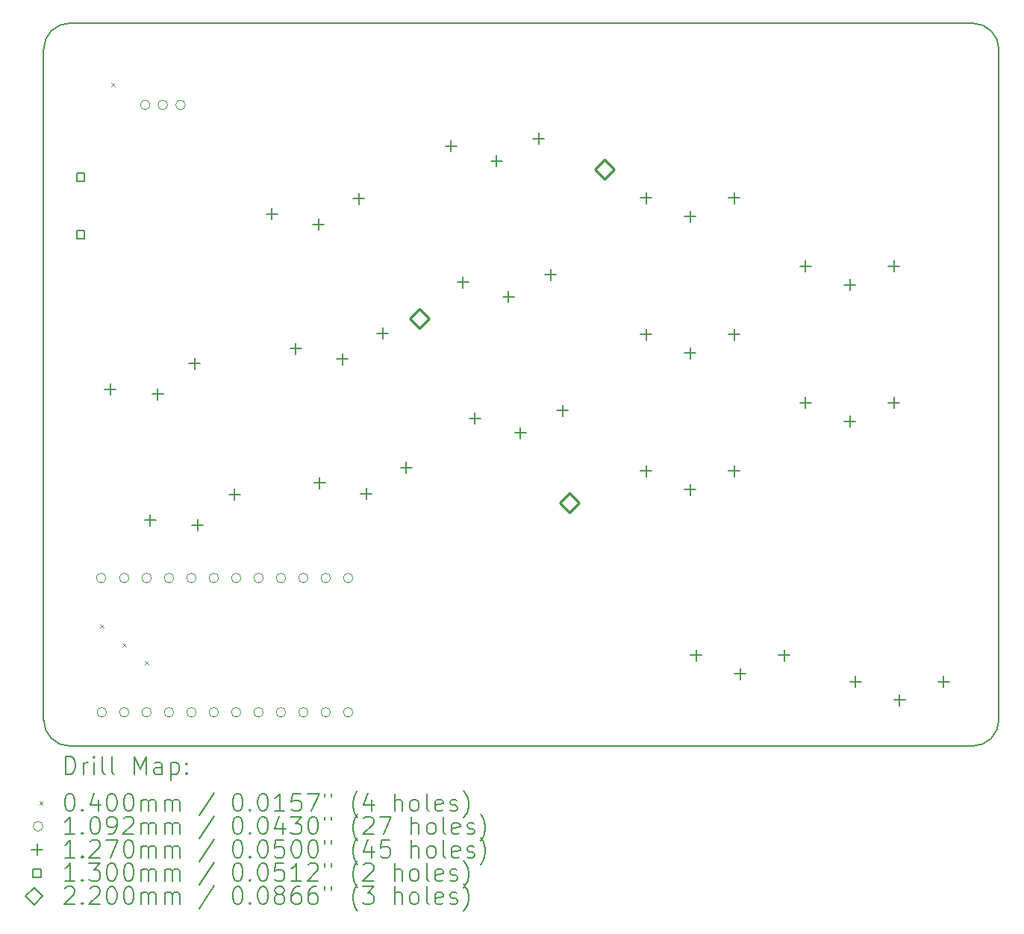
<source format=gbr>
%FSLAX45Y45*%
G04 Gerber Fmt 4.5, Leading zero omitted, Abs format (unit mm)*
G04 Created by KiCad (PCBNEW (6.0.4)) date 2022-07-07 20:03:25*
%MOMM*%
%LPD*%
G01*
G04 APERTURE LIST*
%TA.AperFunction,Profile*%
%ADD10C,0.150000*%
%TD*%
%ADD11C,0.200000*%
%ADD12C,0.040000*%
%ADD13C,0.109220*%
%ADD14C,0.127000*%
%ADD15C,0.130000*%
%ADD16C,0.220000*%
G04 APERTURE END LIST*
D10*
X19450634Y-5704187D02*
X29687965Y-5704187D01*
X29987973Y-6004187D02*
G75*
G03*
X29687965Y-5704187I-299993J7D01*
G01*
X29687965Y-13909590D02*
X19450634Y-13909590D01*
X29987965Y-6004187D02*
X29987965Y-13609590D01*
X29687965Y-13909595D02*
G75*
G03*
X29987965Y-13609590I-5J300005D01*
G01*
X19150640Y-13609590D02*
G75*
G03*
X19450634Y-13909590I299990J-10D01*
G01*
X19450634Y-5704184D02*
G75*
G03*
X19150634Y-6004187I6J-300006D01*
G01*
X19150634Y-13609590D02*
X19150634Y-6004187D01*
D11*
D12*
X19792000Y-12527600D02*
X19832000Y-12567600D01*
X19832000Y-12527600D02*
X19792000Y-12567600D01*
X19920906Y-6381347D02*
X19960906Y-6421347D01*
X19960906Y-6381347D02*
X19920906Y-6421347D01*
X20046000Y-12743500D02*
X20086000Y-12783500D01*
X20086000Y-12743500D02*
X20046000Y-12783500D01*
X20300000Y-12946700D02*
X20340000Y-12986700D01*
X20340000Y-12946700D02*
X20300000Y-12986700D01*
D13*
X19858235Y-12001500D02*
G75*
G03*
X19858235Y-12001500I-54610J0D01*
G01*
X19866610Y-13525500D02*
G75*
G03*
X19866610Y-13525500I-54610J0D01*
G01*
X20120610Y-12001500D02*
G75*
G03*
X20120610Y-12001500I-54610J0D01*
G01*
X20120610Y-13525500D02*
G75*
G03*
X20120610Y-13525500I-54610J0D01*
G01*
X20358145Y-6632412D02*
G75*
G03*
X20358145Y-6632412I-54610J0D01*
G01*
X20374610Y-12001500D02*
G75*
G03*
X20374610Y-12001500I-54610J0D01*
G01*
X20374610Y-13525500D02*
G75*
G03*
X20374610Y-13525500I-54610J0D01*
G01*
X20558145Y-6632412D02*
G75*
G03*
X20558145Y-6632412I-54610J0D01*
G01*
X20628610Y-12001500D02*
G75*
G03*
X20628610Y-12001500I-54610J0D01*
G01*
X20628610Y-13525500D02*
G75*
G03*
X20628610Y-13525500I-54610J0D01*
G01*
X20758145Y-6632412D02*
G75*
G03*
X20758145Y-6632412I-54610J0D01*
G01*
X20882610Y-12001500D02*
G75*
G03*
X20882610Y-12001500I-54610J0D01*
G01*
X20882610Y-13525500D02*
G75*
G03*
X20882610Y-13525500I-54610J0D01*
G01*
X21136610Y-12001500D02*
G75*
G03*
X21136610Y-12001500I-54610J0D01*
G01*
X21136610Y-13525500D02*
G75*
G03*
X21136610Y-13525500I-54610J0D01*
G01*
X21390610Y-12001500D02*
G75*
G03*
X21390610Y-12001500I-54610J0D01*
G01*
X21390610Y-13525500D02*
G75*
G03*
X21390610Y-13525500I-54610J0D01*
G01*
X21644610Y-12001500D02*
G75*
G03*
X21644610Y-12001500I-54610J0D01*
G01*
X21644610Y-13525500D02*
G75*
G03*
X21644610Y-13525500I-54610J0D01*
G01*
X21898610Y-12001500D02*
G75*
G03*
X21898610Y-12001500I-54610J0D01*
G01*
X21898610Y-13525500D02*
G75*
G03*
X21898610Y-13525500I-54610J0D01*
G01*
X22152610Y-12001500D02*
G75*
G03*
X22152610Y-12001500I-54610J0D01*
G01*
X22152610Y-13525500D02*
G75*
G03*
X22152610Y-13525500I-54610J0D01*
G01*
X22406610Y-12001500D02*
G75*
G03*
X22406610Y-12001500I-54610J0D01*
G01*
X22406610Y-13525500D02*
G75*
G03*
X22406610Y-13525500I-54610J0D01*
G01*
X22660610Y-12001500D02*
G75*
G03*
X22660610Y-12001500I-54610J0D01*
G01*
X22660610Y-13525500D02*
G75*
G03*
X22660610Y-13525500I-54610J0D01*
G01*
D14*
X19907392Y-9797797D02*
X19907392Y-9924797D01*
X19843892Y-9861297D02*
X19970892Y-9861297D01*
X20360568Y-11280069D02*
X20360568Y-11407069D01*
X20297068Y-11343569D02*
X20424068Y-11343569D01*
X20446942Y-9852435D02*
X20446942Y-9979435D01*
X20383442Y-9915935D02*
X20510442Y-9915935D01*
X20863697Y-9505425D02*
X20863697Y-9632425D01*
X20800197Y-9568925D02*
X20927197Y-9568925D01*
X20900119Y-11334707D02*
X20900119Y-11461707D01*
X20836619Y-11398207D02*
X20963619Y-11398207D01*
X21316873Y-10987697D02*
X21316873Y-11114697D01*
X21253373Y-11051197D02*
X21380373Y-11051197D01*
X21742360Y-7806660D02*
X21742360Y-7933660D01*
X21678860Y-7870160D02*
X21805860Y-7870160D01*
X22011515Y-9333112D02*
X22011515Y-9460112D01*
X21948015Y-9396612D02*
X22075015Y-9396612D01*
X22271230Y-7926646D02*
X22271230Y-8053646D01*
X22207730Y-7990146D02*
X22334730Y-7990146D01*
X22280670Y-10859564D02*
X22280670Y-10986564D01*
X22217170Y-10923064D02*
X22344170Y-10923064D01*
X22540385Y-9453098D02*
X22540385Y-9580098D01*
X22476885Y-9516598D02*
X22603885Y-9516598D01*
X22727168Y-7633012D02*
X22727168Y-7760012D01*
X22663668Y-7696512D02*
X22790668Y-7696512D01*
X22809540Y-10979550D02*
X22809540Y-11106550D01*
X22746040Y-11043050D02*
X22873040Y-11043050D01*
X22996323Y-9159464D02*
X22996323Y-9286464D01*
X22932823Y-9222964D02*
X23059823Y-9222964D01*
X23265477Y-10685916D02*
X23265477Y-10812916D01*
X23201977Y-10749416D02*
X23328977Y-10749416D01*
X23772245Y-7037834D02*
X23772245Y-7164834D01*
X23708745Y-7101334D02*
X23835745Y-7101334D01*
X23907336Y-8581936D02*
X23907336Y-8708936D01*
X23843836Y-8645436D02*
X23970836Y-8645436D01*
X24042428Y-10126038D02*
X24042428Y-10253038D01*
X23978928Y-10189538D02*
X24105928Y-10189538D01*
X24288645Y-7203457D02*
X24288645Y-7330457D01*
X24225145Y-7266957D02*
X24352145Y-7266957D01*
X24423737Y-8747559D02*
X24423737Y-8874559D01*
X24360237Y-8811059D02*
X24487237Y-8811059D01*
X24558828Y-10291661D02*
X24558828Y-10418661D01*
X24495328Y-10355161D02*
X24622328Y-10355161D01*
X24768440Y-6950679D02*
X24768440Y-7077679D01*
X24704940Y-7014179D02*
X24831940Y-7014179D01*
X24903531Y-8494781D02*
X24903531Y-8621781D01*
X24840031Y-8558281D02*
X24967031Y-8558281D01*
X25038623Y-10038882D02*
X25038623Y-10165882D01*
X24975123Y-10102382D02*
X25102123Y-10102382D01*
X25986200Y-7624700D02*
X25986200Y-7751700D01*
X25922700Y-7688200D02*
X26049700Y-7688200D01*
X25986200Y-9174700D02*
X25986200Y-9301700D01*
X25922700Y-9238200D02*
X26049700Y-9238200D01*
X25986200Y-10724700D02*
X25986200Y-10851700D01*
X25922700Y-10788200D02*
X26049700Y-10788200D01*
X26486200Y-7834700D02*
X26486200Y-7961700D01*
X26422700Y-7898200D02*
X26549700Y-7898200D01*
X26486200Y-9384700D02*
X26486200Y-9511700D01*
X26422700Y-9448200D02*
X26549700Y-9448200D01*
X26486200Y-10934700D02*
X26486200Y-11061700D01*
X26422700Y-10998200D02*
X26549700Y-10998200D01*
X26553097Y-12815506D02*
X26553097Y-12942506D01*
X26489597Y-12879006D02*
X26616597Y-12879006D01*
X26986200Y-7624700D02*
X26986200Y-7751700D01*
X26922700Y-7688200D02*
X27049700Y-7688200D01*
X26986200Y-9174700D02*
X26986200Y-9301700D01*
X26922700Y-9238200D02*
X27049700Y-9238200D01*
X26986200Y-10724700D02*
X26986200Y-10851700D01*
X26922700Y-10788200D02*
X27049700Y-10788200D01*
X27053097Y-13025506D02*
X27053097Y-13152506D01*
X26989597Y-13089006D02*
X27116597Y-13089006D01*
X27553097Y-12815506D02*
X27553097Y-12942506D01*
X27489597Y-12879006D02*
X27616597Y-12879006D01*
X27796200Y-8399700D02*
X27796200Y-8526700D01*
X27732700Y-8463200D02*
X27859700Y-8463200D01*
X27796200Y-9949700D02*
X27796200Y-10076700D01*
X27732700Y-10013200D02*
X27859700Y-10013200D01*
X28296200Y-8609700D02*
X28296200Y-8736700D01*
X28232700Y-8673200D02*
X28359700Y-8673200D01*
X28296200Y-10159700D02*
X28296200Y-10286700D01*
X28232700Y-10223200D02*
X28359700Y-10223200D01*
X28360492Y-13113417D02*
X28360492Y-13240417D01*
X28296992Y-13176917D02*
X28423992Y-13176917D01*
X28796200Y-8399700D02*
X28796200Y-8526700D01*
X28732700Y-8463200D02*
X28859700Y-8463200D01*
X28796200Y-9949700D02*
X28796200Y-10076700D01*
X28732700Y-10013200D02*
X28859700Y-10013200D01*
X28860492Y-13323417D02*
X28860492Y-13450417D01*
X28796992Y-13386917D02*
X28923992Y-13386917D01*
X29360492Y-13113417D02*
X29360492Y-13240417D01*
X29296992Y-13176917D02*
X29423992Y-13176917D01*
D15*
X19616662Y-7500862D02*
X19616662Y-7408938D01*
X19524738Y-7408938D01*
X19524738Y-7500862D01*
X19616662Y-7500862D01*
X19616662Y-8150862D02*
X19616662Y-8058938D01*
X19524738Y-8058938D01*
X19524738Y-8150862D01*
X19616662Y-8150862D01*
D16*
X23418800Y-9166909D02*
X23528800Y-9056909D01*
X23418800Y-8946909D01*
X23308800Y-9056909D01*
X23418800Y-9166909D01*
X25114237Y-11260600D02*
X25224237Y-11150600D01*
X25114237Y-11040600D01*
X25004237Y-11150600D01*
X25114237Y-11260600D01*
X25512491Y-7471472D02*
X25622491Y-7361472D01*
X25512491Y-7251472D01*
X25402491Y-7361472D01*
X25512491Y-7471472D01*
D11*
X19400753Y-14227566D02*
X19400753Y-14027566D01*
X19448372Y-14027566D01*
X19476944Y-14037090D01*
X19495991Y-14056137D01*
X19505515Y-14075185D01*
X19515039Y-14113280D01*
X19515039Y-14141852D01*
X19505515Y-14179947D01*
X19495991Y-14198995D01*
X19476944Y-14218042D01*
X19448372Y-14227566D01*
X19400753Y-14227566D01*
X19600753Y-14227566D02*
X19600753Y-14094233D01*
X19600753Y-14132328D02*
X19610277Y-14113280D01*
X19619801Y-14103756D01*
X19638849Y-14094233D01*
X19657896Y-14094233D01*
X19724563Y-14227566D02*
X19724563Y-14094233D01*
X19724563Y-14027566D02*
X19715039Y-14037090D01*
X19724563Y-14046614D01*
X19734087Y-14037090D01*
X19724563Y-14027566D01*
X19724563Y-14046614D01*
X19848372Y-14227566D02*
X19829325Y-14218042D01*
X19819801Y-14198995D01*
X19819801Y-14027566D01*
X19953134Y-14227566D02*
X19934087Y-14218042D01*
X19924563Y-14198995D01*
X19924563Y-14027566D01*
X20181706Y-14227566D02*
X20181706Y-14027566D01*
X20248372Y-14170423D01*
X20315039Y-14027566D01*
X20315039Y-14227566D01*
X20495991Y-14227566D02*
X20495991Y-14122804D01*
X20486468Y-14103756D01*
X20467420Y-14094233D01*
X20429325Y-14094233D01*
X20410277Y-14103756D01*
X20495991Y-14218042D02*
X20476944Y-14227566D01*
X20429325Y-14227566D01*
X20410277Y-14218042D01*
X20400753Y-14198995D01*
X20400753Y-14179947D01*
X20410277Y-14160899D01*
X20429325Y-14151376D01*
X20476944Y-14151376D01*
X20495991Y-14141852D01*
X20591230Y-14094233D02*
X20591230Y-14294233D01*
X20591230Y-14103756D02*
X20610277Y-14094233D01*
X20648372Y-14094233D01*
X20667420Y-14103756D01*
X20676944Y-14113280D01*
X20686468Y-14132328D01*
X20686468Y-14189471D01*
X20676944Y-14208518D01*
X20667420Y-14218042D01*
X20648372Y-14227566D01*
X20610277Y-14227566D01*
X20591230Y-14218042D01*
X20772182Y-14208518D02*
X20781706Y-14218042D01*
X20772182Y-14227566D01*
X20762658Y-14218042D01*
X20772182Y-14208518D01*
X20772182Y-14227566D01*
X20772182Y-14103756D02*
X20781706Y-14113280D01*
X20772182Y-14122804D01*
X20762658Y-14113280D01*
X20772182Y-14103756D01*
X20772182Y-14122804D01*
D12*
X19103134Y-14537090D02*
X19143134Y-14577090D01*
X19143134Y-14537090D02*
X19103134Y-14577090D01*
D11*
X19438849Y-14447566D02*
X19457896Y-14447566D01*
X19476944Y-14457090D01*
X19486468Y-14466614D01*
X19495991Y-14485661D01*
X19505515Y-14523756D01*
X19505515Y-14571376D01*
X19495991Y-14609471D01*
X19486468Y-14628518D01*
X19476944Y-14638042D01*
X19457896Y-14647566D01*
X19438849Y-14647566D01*
X19419801Y-14638042D01*
X19410277Y-14628518D01*
X19400753Y-14609471D01*
X19391230Y-14571376D01*
X19391230Y-14523756D01*
X19400753Y-14485661D01*
X19410277Y-14466614D01*
X19419801Y-14457090D01*
X19438849Y-14447566D01*
X19591230Y-14628518D02*
X19600753Y-14638042D01*
X19591230Y-14647566D01*
X19581706Y-14638042D01*
X19591230Y-14628518D01*
X19591230Y-14647566D01*
X19772182Y-14514233D02*
X19772182Y-14647566D01*
X19724563Y-14438042D02*
X19676944Y-14580899D01*
X19800753Y-14580899D01*
X19915039Y-14447566D02*
X19934087Y-14447566D01*
X19953134Y-14457090D01*
X19962658Y-14466614D01*
X19972182Y-14485661D01*
X19981706Y-14523756D01*
X19981706Y-14571376D01*
X19972182Y-14609471D01*
X19962658Y-14628518D01*
X19953134Y-14638042D01*
X19934087Y-14647566D01*
X19915039Y-14647566D01*
X19895991Y-14638042D01*
X19886468Y-14628518D01*
X19876944Y-14609471D01*
X19867420Y-14571376D01*
X19867420Y-14523756D01*
X19876944Y-14485661D01*
X19886468Y-14466614D01*
X19895991Y-14457090D01*
X19915039Y-14447566D01*
X20105515Y-14447566D02*
X20124563Y-14447566D01*
X20143610Y-14457090D01*
X20153134Y-14466614D01*
X20162658Y-14485661D01*
X20172182Y-14523756D01*
X20172182Y-14571376D01*
X20162658Y-14609471D01*
X20153134Y-14628518D01*
X20143610Y-14638042D01*
X20124563Y-14647566D01*
X20105515Y-14647566D01*
X20086468Y-14638042D01*
X20076944Y-14628518D01*
X20067420Y-14609471D01*
X20057896Y-14571376D01*
X20057896Y-14523756D01*
X20067420Y-14485661D01*
X20076944Y-14466614D01*
X20086468Y-14457090D01*
X20105515Y-14447566D01*
X20257896Y-14647566D02*
X20257896Y-14514233D01*
X20257896Y-14533280D02*
X20267420Y-14523756D01*
X20286468Y-14514233D01*
X20315039Y-14514233D01*
X20334087Y-14523756D01*
X20343610Y-14542804D01*
X20343610Y-14647566D01*
X20343610Y-14542804D02*
X20353134Y-14523756D01*
X20372182Y-14514233D01*
X20400753Y-14514233D01*
X20419801Y-14523756D01*
X20429325Y-14542804D01*
X20429325Y-14647566D01*
X20524563Y-14647566D02*
X20524563Y-14514233D01*
X20524563Y-14533280D02*
X20534087Y-14523756D01*
X20553134Y-14514233D01*
X20581706Y-14514233D01*
X20600753Y-14523756D01*
X20610277Y-14542804D01*
X20610277Y-14647566D01*
X20610277Y-14542804D02*
X20619801Y-14523756D01*
X20638849Y-14514233D01*
X20667420Y-14514233D01*
X20686468Y-14523756D01*
X20695991Y-14542804D01*
X20695991Y-14647566D01*
X21086468Y-14438042D02*
X20915039Y-14695185D01*
X21343610Y-14447566D02*
X21362658Y-14447566D01*
X21381706Y-14457090D01*
X21391230Y-14466614D01*
X21400753Y-14485661D01*
X21410277Y-14523756D01*
X21410277Y-14571376D01*
X21400753Y-14609471D01*
X21391230Y-14628518D01*
X21381706Y-14638042D01*
X21362658Y-14647566D01*
X21343610Y-14647566D01*
X21324563Y-14638042D01*
X21315039Y-14628518D01*
X21305515Y-14609471D01*
X21295991Y-14571376D01*
X21295991Y-14523756D01*
X21305515Y-14485661D01*
X21315039Y-14466614D01*
X21324563Y-14457090D01*
X21343610Y-14447566D01*
X21495991Y-14628518D02*
X21505515Y-14638042D01*
X21495991Y-14647566D01*
X21486468Y-14638042D01*
X21495991Y-14628518D01*
X21495991Y-14647566D01*
X21629325Y-14447566D02*
X21648372Y-14447566D01*
X21667420Y-14457090D01*
X21676944Y-14466614D01*
X21686468Y-14485661D01*
X21695991Y-14523756D01*
X21695991Y-14571376D01*
X21686468Y-14609471D01*
X21676944Y-14628518D01*
X21667420Y-14638042D01*
X21648372Y-14647566D01*
X21629325Y-14647566D01*
X21610277Y-14638042D01*
X21600753Y-14628518D01*
X21591230Y-14609471D01*
X21581706Y-14571376D01*
X21581706Y-14523756D01*
X21591230Y-14485661D01*
X21600753Y-14466614D01*
X21610277Y-14457090D01*
X21629325Y-14447566D01*
X21886468Y-14647566D02*
X21772182Y-14647566D01*
X21829325Y-14647566D02*
X21829325Y-14447566D01*
X21810277Y-14476137D01*
X21791230Y-14495185D01*
X21772182Y-14504709D01*
X22067420Y-14447566D02*
X21972182Y-14447566D01*
X21962658Y-14542804D01*
X21972182Y-14533280D01*
X21991230Y-14523756D01*
X22038849Y-14523756D01*
X22057896Y-14533280D01*
X22067420Y-14542804D01*
X22076944Y-14561852D01*
X22076944Y-14609471D01*
X22067420Y-14628518D01*
X22057896Y-14638042D01*
X22038849Y-14647566D01*
X21991230Y-14647566D01*
X21972182Y-14638042D01*
X21962658Y-14628518D01*
X22143610Y-14447566D02*
X22276944Y-14447566D01*
X22191230Y-14647566D01*
X22343610Y-14447566D02*
X22343610Y-14485661D01*
X22419801Y-14447566D02*
X22419801Y-14485661D01*
X22715039Y-14723756D02*
X22705515Y-14714233D01*
X22686468Y-14685661D01*
X22676944Y-14666614D01*
X22667420Y-14638042D01*
X22657896Y-14590423D01*
X22657896Y-14552328D01*
X22667420Y-14504709D01*
X22676944Y-14476137D01*
X22686468Y-14457090D01*
X22705515Y-14428518D01*
X22715039Y-14418995D01*
X22876944Y-14514233D02*
X22876944Y-14647566D01*
X22829325Y-14438042D02*
X22781706Y-14580899D01*
X22905515Y-14580899D01*
X23134087Y-14647566D02*
X23134087Y-14447566D01*
X23219801Y-14647566D02*
X23219801Y-14542804D01*
X23210277Y-14523756D01*
X23191229Y-14514233D01*
X23162658Y-14514233D01*
X23143610Y-14523756D01*
X23134087Y-14533280D01*
X23343610Y-14647566D02*
X23324563Y-14638042D01*
X23315039Y-14628518D01*
X23305515Y-14609471D01*
X23305515Y-14552328D01*
X23315039Y-14533280D01*
X23324563Y-14523756D01*
X23343610Y-14514233D01*
X23372182Y-14514233D01*
X23391229Y-14523756D01*
X23400753Y-14533280D01*
X23410277Y-14552328D01*
X23410277Y-14609471D01*
X23400753Y-14628518D01*
X23391229Y-14638042D01*
X23372182Y-14647566D01*
X23343610Y-14647566D01*
X23524563Y-14647566D02*
X23505515Y-14638042D01*
X23495991Y-14618995D01*
X23495991Y-14447566D01*
X23676944Y-14638042D02*
X23657896Y-14647566D01*
X23619801Y-14647566D01*
X23600753Y-14638042D01*
X23591229Y-14618995D01*
X23591229Y-14542804D01*
X23600753Y-14523756D01*
X23619801Y-14514233D01*
X23657896Y-14514233D01*
X23676944Y-14523756D01*
X23686468Y-14542804D01*
X23686468Y-14561852D01*
X23591229Y-14580899D01*
X23762658Y-14638042D02*
X23781706Y-14647566D01*
X23819801Y-14647566D01*
X23838848Y-14638042D01*
X23848372Y-14618995D01*
X23848372Y-14609471D01*
X23838848Y-14590423D01*
X23819801Y-14580899D01*
X23791229Y-14580899D01*
X23772182Y-14571376D01*
X23762658Y-14552328D01*
X23762658Y-14542804D01*
X23772182Y-14523756D01*
X23791229Y-14514233D01*
X23819801Y-14514233D01*
X23838848Y-14523756D01*
X23915039Y-14723756D02*
X23924563Y-14714233D01*
X23943610Y-14685661D01*
X23953134Y-14666614D01*
X23962658Y-14638042D01*
X23972182Y-14590423D01*
X23972182Y-14552328D01*
X23962658Y-14504709D01*
X23953134Y-14476137D01*
X23943610Y-14457090D01*
X23924563Y-14428518D01*
X23915039Y-14418995D01*
D13*
X19143134Y-14821090D02*
G75*
G03*
X19143134Y-14821090I-54610J0D01*
G01*
D11*
X19505515Y-14911566D02*
X19391230Y-14911566D01*
X19448372Y-14911566D02*
X19448372Y-14711566D01*
X19429325Y-14740137D01*
X19410277Y-14759185D01*
X19391230Y-14768709D01*
X19591230Y-14892518D02*
X19600753Y-14902042D01*
X19591230Y-14911566D01*
X19581706Y-14902042D01*
X19591230Y-14892518D01*
X19591230Y-14911566D01*
X19724563Y-14711566D02*
X19743610Y-14711566D01*
X19762658Y-14721090D01*
X19772182Y-14730614D01*
X19781706Y-14749661D01*
X19791230Y-14787756D01*
X19791230Y-14835376D01*
X19781706Y-14873471D01*
X19772182Y-14892518D01*
X19762658Y-14902042D01*
X19743610Y-14911566D01*
X19724563Y-14911566D01*
X19705515Y-14902042D01*
X19695991Y-14892518D01*
X19686468Y-14873471D01*
X19676944Y-14835376D01*
X19676944Y-14787756D01*
X19686468Y-14749661D01*
X19695991Y-14730614D01*
X19705515Y-14721090D01*
X19724563Y-14711566D01*
X19886468Y-14911566D02*
X19924563Y-14911566D01*
X19943610Y-14902042D01*
X19953134Y-14892518D01*
X19972182Y-14863947D01*
X19981706Y-14825852D01*
X19981706Y-14749661D01*
X19972182Y-14730614D01*
X19962658Y-14721090D01*
X19943610Y-14711566D01*
X19905515Y-14711566D01*
X19886468Y-14721090D01*
X19876944Y-14730614D01*
X19867420Y-14749661D01*
X19867420Y-14797280D01*
X19876944Y-14816328D01*
X19886468Y-14825852D01*
X19905515Y-14835376D01*
X19943610Y-14835376D01*
X19962658Y-14825852D01*
X19972182Y-14816328D01*
X19981706Y-14797280D01*
X20057896Y-14730614D02*
X20067420Y-14721090D01*
X20086468Y-14711566D01*
X20134087Y-14711566D01*
X20153134Y-14721090D01*
X20162658Y-14730614D01*
X20172182Y-14749661D01*
X20172182Y-14768709D01*
X20162658Y-14797280D01*
X20048372Y-14911566D01*
X20172182Y-14911566D01*
X20257896Y-14911566D02*
X20257896Y-14778233D01*
X20257896Y-14797280D02*
X20267420Y-14787756D01*
X20286468Y-14778233D01*
X20315039Y-14778233D01*
X20334087Y-14787756D01*
X20343610Y-14806804D01*
X20343610Y-14911566D01*
X20343610Y-14806804D02*
X20353134Y-14787756D01*
X20372182Y-14778233D01*
X20400753Y-14778233D01*
X20419801Y-14787756D01*
X20429325Y-14806804D01*
X20429325Y-14911566D01*
X20524563Y-14911566D02*
X20524563Y-14778233D01*
X20524563Y-14797280D02*
X20534087Y-14787756D01*
X20553134Y-14778233D01*
X20581706Y-14778233D01*
X20600753Y-14787756D01*
X20610277Y-14806804D01*
X20610277Y-14911566D01*
X20610277Y-14806804D02*
X20619801Y-14787756D01*
X20638849Y-14778233D01*
X20667420Y-14778233D01*
X20686468Y-14787756D01*
X20695991Y-14806804D01*
X20695991Y-14911566D01*
X21086468Y-14702042D02*
X20915039Y-14959185D01*
X21343610Y-14711566D02*
X21362658Y-14711566D01*
X21381706Y-14721090D01*
X21391230Y-14730614D01*
X21400753Y-14749661D01*
X21410277Y-14787756D01*
X21410277Y-14835376D01*
X21400753Y-14873471D01*
X21391230Y-14892518D01*
X21381706Y-14902042D01*
X21362658Y-14911566D01*
X21343610Y-14911566D01*
X21324563Y-14902042D01*
X21315039Y-14892518D01*
X21305515Y-14873471D01*
X21295991Y-14835376D01*
X21295991Y-14787756D01*
X21305515Y-14749661D01*
X21315039Y-14730614D01*
X21324563Y-14721090D01*
X21343610Y-14711566D01*
X21495991Y-14892518D02*
X21505515Y-14902042D01*
X21495991Y-14911566D01*
X21486468Y-14902042D01*
X21495991Y-14892518D01*
X21495991Y-14911566D01*
X21629325Y-14711566D02*
X21648372Y-14711566D01*
X21667420Y-14721090D01*
X21676944Y-14730614D01*
X21686468Y-14749661D01*
X21695991Y-14787756D01*
X21695991Y-14835376D01*
X21686468Y-14873471D01*
X21676944Y-14892518D01*
X21667420Y-14902042D01*
X21648372Y-14911566D01*
X21629325Y-14911566D01*
X21610277Y-14902042D01*
X21600753Y-14892518D01*
X21591230Y-14873471D01*
X21581706Y-14835376D01*
X21581706Y-14787756D01*
X21591230Y-14749661D01*
X21600753Y-14730614D01*
X21610277Y-14721090D01*
X21629325Y-14711566D01*
X21867420Y-14778233D02*
X21867420Y-14911566D01*
X21819801Y-14702042D02*
X21772182Y-14844899D01*
X21895991Y-14844899D01*
X21953134Y-14711566D02*
X22076944Y-14711566D01*
X22010277Y-14787756D01*
X22038849Y-14787756D01*
X22057896Y-14797280D01*
X22067420Y-14806804D01*
X22076944Y-14825852D01*
X22076944Y-14873471D01*
X22067420Y-14892518D01*
X22057896Y-14902042D01*
X22038849Y-14911566D01*
X21981706Y-14911566D01*
X21962658Y-14902042D01*
X21953134Y-14892518D01*
X22200753Y-14711566D02*
X22219801Y-14711566D01*
X22238849Y-14721090D01*
X22248372Y-14730614D01*
X22257896Y-14749661D01*
X22267420Y-14787756D01*
X22267420Y-14835376D01*
X22257896Y-14873471D01*
X22248372Y-14892518D01*
X22238849Y-14902042D01*
X22219801Y-14911566D01*
X22200753Y-14911566D01*
X22181706Y-14902042D01*
X22172182Y-14892518D01*
X22162658Y-14873471D01*
X22153134Y-14835376D01*
X22153134Y-14787756D01*
X22162658Y-14749661D01*
X22172182Y-14730614D01*
X22181706Y-14721090D01*
X22200753Y-14711566D01*
X22343610Y-14711566D02*
X22343610Y-14749661D01*
X22419801Y-14711566D02*
X22419801Y-14749661D01*
X22715039Y-14987756D02*
X22705515Y-14978233D01*
X22686468Y-14949661D01*
X22676944Y-14930614D01*
X22667420Y-14902042D01*
X22657896Y-14854423D01*
X22657896Y-14816328D01*
X22667420Y-14768709D01*
X22676944Y-14740137D01*
X22686468Y-14721090D01*
X22705515Y-14692518D01*
X22715039Y-14682995D01*
X22781706Y-14730614D02*
X22791229Y-14721090D01*
X22810277Y-14711566D01*
X22857896Y-14711566D01*
X22876944Y-14721090D01*
X22886468Y-14730614D01*
X22895991Y-14749661D01*
X22895991Y-14768709D01*
X22886468Y-14797280D01*
X22772182Y-14911566D01*
X22895991Y-14911566D01*
X22962658Y-14711566D02*
X23095991Y-14711566D01*
X23010277Y-14911566D01*
X23324563Y-14911566D02*
X23324563Y-14711566D01*
X23410277Y-14911566D02*
X23410277Y-14806804D01*
X23400753Y-14787756D01*
X23381706Y-14778233D01*
X23353134Y-14778233D01*
X23334087Y-14787756D01*
X23324563Y-14797280D01*
X23534087Y-14911566D02*
X23515039Y-14902042D01*
X23505515Y-14892518D01*
X23495991Y-14873471D01*
X23495991Y-14816328D01*
X23505515Y-14797280D01*
X23515039Y-14787756D01*
X23534087Y-14778233D01*
X23562658Y-14778233D01*
X23581706Y-14787756D01*
X23591229Y-14797280D01*
X23600753Y-14816328D01*
X23600753Y-14873471D01*
X23591229Y-14892518D01*
X23581706Y-14902042D01*
X23562658Y-14911566D01*
X23534087Y-14911566D01*
X23715039Y-14911566D02*
X23695991Y-14902042D01*
X23686468Y-14882995D01*
X23686468Y-14711566D01*
X23867420Y-14902042D02*
X23848372Y-14911566D01*
X23810277Y-14911566D01*
X23791229Y-14902042D01*
X23781706Y-14882995D01*
X23781706Y-14806804D01*
X23791229Y-14787756D01*
X23810277Y-14778233D01*
X23848372Y-14778233D01*
X23867420Y-14787756D01*
X23876944Y-14806804D01*
X23876944Y-14825852D01*
X23781706Y-14844899D01*
X23953134Y-14902042D02*
X23972182Y-14911566D01*
X24010277Y-14911566D01*
X24029325Y-14902042D01*
X24038848Y-14882995D01*
X24038848Y-14873471D01*
X24029325Y-14854423D01*
X24010277Y-14844899D01*
X23981706Y-14844899D01*
X23962658Y-14835376D01*
X23953134Y-14816328D01*
X23953134Y-14806804D01*
X23962658Y-14787756D01*
X23981706Y-14778233D01*
X24010277Y-14778233D01*
X24029325Y-14787756D01*
X24105515Y-14987756D02*
X24115039Y-14978233D01*
X24134087Y-14949661D01*
X24143610Y-14930614D01*
X24153134Y-14902042D01*
X24162658Y-14854423D01*
X24162658Y-14816328D01*
X24153134Y-14768709D01*
X24143610Y-14740137D01*
X24134087Y-14721090D01*
X24115039Y-14692518D01*
X24105515Y-14682995D01*
D14*
X19079634Y-15021590D02*
X19079634Y-15148590D01*
X19016134Y-15085090D02*
X19143134Y-15085090D01*
D11*
X19505515Y-15175566D02*
X19391230Y-15175566D01*
X19448372Y-15175566D02*
X19448372Y-14975566D01*
X19429325Y-15004137D01*
X19410277Y-15023185D01*
X19391230Y-15032709D01*
X19591230Y-15156518D02*
X19600753Y-15166042D01*
X19591230Y-15175566D01*
X19581706Y-15166042D01*
X19591230Y-15156518D01*
X19591230Y-15175566D01*
X19676944Y-14994614D02*
X19686468Y-14985090D01*
X19705515Y-14975566D01*
X19753134Y-14975566D01*
X19772182Y-14985090D01*
X19781706Y-14994614D01*
X19791230Y-15013661D01*
X19791230Y-15032709D01*
X19781706Y-15061280D01*
X19667420Y-15175566D01*
X19791230Y-15175566D01*
X19857896Y-14975566D02*
X19991230Y-14975566D01*
X19905515Y-15175566D01*
X20105515Y-14975566D02*
X20124563Y-14975566D01*
X20143610Y-14985090D01*
X20153134Y-14994614D01*
X20162658Y-15013661D01*
X20172182Y-15051756D01*
X20172182Y-15099376D01*
X20162658Y-15137471D01*
X20153134Y-15156518D01*
X20143610Y-15166042D01*
X20124563Y-15175566D01*
X20105515Y-15175566D01*
X20086468Y-15166042D01*
X20076944Y-15156518D01*
X20067420Y-15137471D01*
X20057896Y-15099376D01*
X20057896Y-15051756D01*
X20067420Y-15013661D01*
X20076944Y-14994614D01*
X20086468Y-14985090D01*
X20105515Y-14975566D01*
X20257896Y-15175566D02*
X20257896Y-15042233D01*
X20257896Y-15061280D02*
X20267420Y-15051756D01*
X20286468Y-15042233D01*
X20315039Y-15042233D01*
X20334087Y-15051756D01*
X20343610Y-15070804D01*
X20343610Y-15175566D01*
X20343610Y-15070804D02*
X20353134Y-15051756D01*
X20372182Y-15042233D01*
X20400753Y-15042233D01*
X20419801Y-15051756D01*
X20429325Y-15070804D01*
X20429325Y-15175566D01*
X20524563Y-15175566D02*
X20524563Y-15042233D01*
X20524563Y-15061280D02*
X20534087Y-15051756D01*
X20553134Y-15042233D01*
X20581706Y-15042233D01*
X20600753Y-15051756D01*
X20610277Y-15070804D01*
X20610277Y-15175566D01*
X20610277Y-15070804D02*
X20619801Y-15051756D01*
X20638849Y-15042233D01*
X20667420Y-15042233D01*
X20686468Y-15051756D01*
X20695991Y-15070804D01*
X20695991Y-15175566D01*
X21086468Y-14966042D02*
X20915039Y-15223185D01*
X21343610Y-14975566D02*
X21362658Y-14975566D01*
X21381706Y-14985090D01*
X21391230Y-14994614D01*
X21400753Y-15013661D01*
X21410277Y-15051756D01*
X21410277Y-15099376D01*
X21400753Y-15137471D01*
X21391230Y-15156518D01*
X21381706Y-15166042D01*
X21362658Y-15175566D01*
X21343610Y-15175566D01*
X21324563Y-15166042D01*
X21315039Y-15156518D01*
X21305515Y-15137471D01*
X21295991Y-15099376D01*
X21295991Y-15051756D01*
X21305515Y-15013661D01*
X21315039Y-14994614D01*
X21324563Y-14985090D01*
X21343610Y-14975566D01*
X21495991Y-15156518D02*
X21505515Y-15166042D01*
X21495991Y-15175566D01*
X21486468Y-15166042D01*
X21495991Y-15156518D01*
X21495991Y-15175566D01*
X21629325Y-14975566D02*
X21648372Y-14975566D01*
X21667420Y-14985090D01*
X21676944Y-14994614D01*
X21686468Y-15013661D01*
X21695991Y-15051756D01*
X21695991Y-15099376D01*
X21686468Y-15137471D01*
X21676944Y-15156518D01*
X21667420Y-15166042D01*
X21648372Y-15175566D01*
X21629325Y-15175566D01*
X21610277Y-15166042D01*
X21600753Y-15156518D01*
X21591230Y-15137471D01*
X21581706Y-15099376D01*
X21581706Y-15051756D01*
X21591230Y-15013661D01*
X21600753Y-14994614D01*
X21610277Y-14985090D01*
X21629325Y-14975566D01*
X21876944Y-14975566D02*
X21781706Y-14975566D01*
X21772182Y-15070804D01*
X21781706Y-15061280D01*
X21800753Y-15051756D01*
X21848372Y-15051756D01*
X21867420Y-15061280D01*
X21876944Y-15070804D01*
X21886468Y-15089852D01*
X21886468Y-15137471D01*
X21876944Y-15156518D01*
X21867420Y-15166042D01*
X21848372Y-15175566D01*
X21800753Y-15175566D01*
X21781706Y-15166042D01*
X21772182Y-15156518D01*
X22010277Y-14975566D02*
X22029325Y-14975566D01*
X22048372Y-14985090D01*
X22057896Y-14994614D01*
X22067420Y-15013661D01*
X22076944Y-15051756D01*
X22076944Y-15099376D01*
X22067420Y-15137471D01*
X22057896Y-15156518D01*
X22048372Y-15166042D01*
X22029325Y-15175566D01*
X22010277Y-15175566D01*
X21991230Y-15166042D01*
X21981706Y-15156518D01*
X21972182Y-15137471D01*
X21962658Y-15099376D01*
X21962658Y-15051756D01*
X21972182Y-15013661D01*
X21981706Y-14994614D01*
X21991230Y-14985090D01*
X22010277Y-14975566D01*
X22200753Y-14975566D02*
X22219801Y-14975566D01*
X22238849Y-14985090D01*
X22248372Y-14994614D01*
X22257896Y-15013661D01*
X22267420Y-15051756D01*
X22267420Y-15099376D01*
X22257896Y-15137471D01*
X22248372Y-15156518D01*
X22238849Y-15166042D01*
X22219801Y-15175566D01*
X22200753Y-15175566D01*
X22181706Y-15166042D01*
X22172182Y-15156518D01*
X22162658Y-15137471D01*
X22153134Y-15099376D01*
X22153134Y-15051756D01*
X22162658Y-15013661D01*
X22172182Y-14994614D01*
X22181706Y-14985090D01*
X22200753Y-14975566D01*
X22343610Y-14975566D02*
X22343610Y-15013661D01*
X22419801Y-14975566D02*
X22419801Y-15013661D01*
X22715039Y-15251756D02*
X22705515Y-15242233D01*
X22686468Y-15213661D01*
X22676944Y-15194614D01*
X22667420Y-15166042D01*
X22657896Y-15118423D01*
X22657896Y-15080328D01*
X22667420Y-15032709D01*
X22676944Y-15004137D01*
X22686468Y-14985090D01*
X22705515Y-14956518D01*
X22715039Y-14946995D01*
X22876944Y-15042233D02*
X22876944Y-15175566D01*
X22829325Y-14966042D02*
X22781706Y-15108899D01*
X22905515Y-15108899D01*
X23076944Y-14975566D02*
X22981706Y-14975566D01*
X22972182Y-15070804D01*
X22981706Y-15061280D01*
X23000753Y-15051756D01*
X23048372Y-15051756D01*
X23067420Y-15061280D01*
X23076944Y-15070804D01*
X23086468Y-15089852D01*
X23086468Y-15137471D01*
X23076944Y-15156518D01*
X23067420Y-15166042D01*
X23048372Y-15175566D01*
X23000753Y-15175566D01*
X22981706Y-15166042D01*
X22972182Y-15156518D01*
X23324563Y-15175566D02*
X23324563Y-14975566D01*
X23410277Y-15175566D02*
X23410277Y-15070804D01*
X23400753Y-15051756D01*
X23381706Y-15042233D01*
X23353134Y-15042233D01*
X23334087Y-15051756D01*
X23324563Y-15061280D01*
X23534087Y-15175566D02*
X23515039Y-15166042D01*
X23505515Y-15156518D01*
X23495991Y-15137471D01*
X23495991Y-15080328D01*
X23505515Y-15061280D01*
X23515039Y-15051756D01*
X23534087Y-15042233D01*
X23562658Y-15042233D01*
X23581706Y-15051756D01*
X23591229Y-15061280D01*
X23600753Y-15080328D01*
X23600753Y-15137471D01*
X23591229Y-15156518D01*
X23581706Y-15166042D01*
X23562658Y-15175566D01*
X23534087Y-15175566D01*
X23715039Y-15175566D02*
X23695991Y-15166042D01*
X23686468Y-15146995D01*
X23686468Y-14975566D01*
X23867420Y-15166042D02*
X23848372Y-15175566D01*
X23810277Y-15175566D01*
X23791229Y-15166042D01*
X23781706Y-15146995D01*
X23781706Y-15070804D01*
X23791229Y-15051756D01*
X23810277Y-15042233D01*
X23848372Y-15042233D01*
X23867420Y-15051756D01*
X23876944Y-15070804D01*
X23876944Y-15089852D01*
X23781706Y-15108899D01*
X23953134Y-15166042D02*
X23972182Y-15175566D01*
X24010277Y-15175566D01*
X24029325Y-15166042D01*
X24038848Y-15146995D01*
X24038848Y-15137471D01*
X24029325Y-15118423D01*
X24010277Y-15108899D01*
X23981706Y-15108899D01*
X23962658Y-15099376D01*
X23953134Y-15080328D01*
X23953134Y-15070804D01*
X23962658Y-15051756D01*
X23981706Y-15042233D01*
X24010277Y-15042233D01*
X24029325Y-15051756D01*
X24105515Y-15251756D02*
X24115039Y-15242233D01*
X24134087Y-15213661D01*
X24143610Y-15194614D01*
X24153134Y-15166042D01*
X24162658Y-15118423D01*
X24162658Y-15080328D01*
X24153134Y-15032709D01*
X24143610Y-15004137D01*
X24134087Y-14985090D01*
X24115039Y-14956518D01*
X24105515Y-14946995D01*
D15*
X19124097Y-15395052D02*
X19124097Y-15303127D01*
X19032172Y-15303127D01*
X19032172Y-15395052D01*
X19124097Y-15395052D01*
D11*
X19505515Y-15439566D02*
X19391230Y-15439566D01*
X19448372Y-15439566D02*
X19448372Y-15239566D01*
X19429325Y-15268137D01*
X19410277Y-15287185D01*
X19391230Y-15296709D01*
X19591230Y-15420518D02*
X19600753Y-15430042D01*
X19591230Y-15439566D01*
X19581706Y-15430042D01*
X19591230Y-15420518D01*
X19591230Y-15439566D01*
X19667420Y-15239566D02*
X19791230Y-15239566D01*
X19724563Y-15315756D01*
X19753134Y-15315756D01*
X19772182Y-15325280D01*
X19781706Y-15334804D01*
X19791230Y-15353852D01*
X19791230Y-15401471D01*
X19781706Y-15420518D01*
X19772182Y-15430042D01*
X19753134Y-15439566D01*
X19695991Y-15439566D01*
X19676944Y-15430042D01*
X19667420Y-15420518D01*
X19915039Y-15239566D02*
X19934087Y-15239566D01*
X19953134Y-15249090D01*
X19962658Y-15258614D01*
X19972182Y-15277661D01*
X19981706Y-15315756D01*
X19981706Y-15363376D01*
X19972182Y-15401471D01*
X19962658Y-15420518D01*
X19953134Y-15430042D01*
X19934087Y-15439566D01*
X19915039Y-15439566D01*
X19895991Y-15430042D01*
X19886468Y-15420518D01*
X19876944Y-15401471D01*
X19867420Y-15363376D01*
X19867420Y-15315756D01*
X19876944Y-15277661D01*
X19886468Y-15258614D01*
X19895991Y-15249090D01*
X19915039Y-15239566D01*
X20105515Y-15239566D02*
X20124563Y-15239566D01*
X20143610Y-15249090D01*
X20153134Y-15258614D01*
X20162658Y-15277661D01*
X20172182Y-15315756D01*
X20172182Y-15363376D01*
X20162658Y-15401471D01*
X20153134Y-15420518D01*
X20143610Y-15430042D01*
X20124563Y-15439566D01*
X20105515Y-15439566D01*
X20086468Y-15430042D01*
X20076944Y-15420518D01*
X20067420Y-15401471D01*
X20057896Y-15363376D01*
X20057896Y-15315756D01*
X20067420Y-15277661D01*
X20076944Y-15258614D01*
X20086468Y-15249090D01*
X20105515Y-15239566D01*
X20257896Y-15439566D02*
X20257896Y-15306233D01*
X20257896Y-15325280D02*
X20267420Y-15315756D01*
X20286468Y-15306233D01*
X20315039Y-15306233D01*
X20334087Y-15315756D01*
X20343610Y-15334804D01*
X20343610Y-15439566D01*
X20343610Y-15334804D02*
X20353134Y-15315756D01*
X20372182Y-15306233D01*
X20400753Y-15306233D01*
X20419801Y-15315756D01*
X20429325Y-15334804D01*
X20429325Y-15439566D01*
X20524563Y-15439566D02*
X20524563Y-15306233D01*
X20524563Y-15325280D02*
X20534087Y-15315756D01*
X20553134Y-15306233D01*
X20581706Y-15306233D01*
X20600753Y-15315756D01*
X20610277Y-15334804D01*
X20610277Y-15439566D01*
X20610277Y-15334804D02*
X20619801Y-15315756D01*
X20638849Y-15306233D01*
X20667420Y-15306233D01*
X20686468Y-15315756D01*
X20695991Y-15334804D01*
X20695991Y-15439566D01*
X21086468Y-15230042D02*
X20915039Y-15487185D01*
X21343610Y-15239566D02*
X21362658Y-15239566D01*
X21381706Y-15249090D01*
X21391230Y-15258614D01*
X21400753Y-15277661D01*
X21410277Y-15315756D01*
X21410277Y-15363376D01*
X21400753Y-15401471D01*
X21391230Y-15420518D01*
X21381706Y-15430042D01*
X21362658Y-15439566D01*
X21343610Y-15439566D01*
X21324563Y-15430042D01*
X21315039Y-15420518D01*
X21305515Y-15401471D01*
X21295991Y-15363376D01*
X21295991Y-15315756D01*
X21305515Y-15277661D01*
X21315039Y-15258614D01*
X21324563Y-15249090D01*
X21343610Y-15239566D01*
X21495991Y-15420518D02*
X21505515Y-15430042D01*
X21495991Y-15439566D01*
X21486468Y-15430042D01*
X21495991Y-15420518D01*
X21495991Y-15439566D01*
X21629325Y-15239566D02*
X21648372Y-15239566D01*
X21667420Y-15249090D01*
X21676944Y-15258614D01*
X21686468Y-15277661D01*
X21695991Y-15315756D01*
X21695991Y-15363376D01*
X21686468Y-15401471D01*
X21676944Y-15420518D01*
X21667420Y-15430042D01*
X21648372Y-15439566D01*
X21629325Y-15439566D01*
X21610277Y-15430042D01*
X21600753Y-15420518D01*
X21591230Y-15401471D01*
X21581706Y-15363376D01*
X21581706Y-15315756D01*
X21591230Y-15277661D01*
X21600753Y-15258614D01*
X21610277Y-15249090D01*
X21629325Y-15239566D01*
X21876944Y-15239566D02*
X21781706Y-15239566D01*
X21772182Y-15334804D01*
X21781706Y-15325280D01*
X21800753Y-15315756D01*
X21848372Y-15315756D01*
X21867420Y-15325280D01*
X21876944Y-15334804D01*
X21886468Y-15353852D01*
X21886468Y-15401471D01*
X21876944Y-15420518D01*
X21867420Y-15430042D01*
X21848372Y-15439566D01*
X21800753Y-15439566D01*
X21781706Y-15430042D01*
X21772182Y-15420518D01*
X22076944Y-15439566D02*
X21962658Y-15439566D01*
X22019801Y-15439566D02*
X22019801Y-15239566D01*
X22000753Y-15268137D01*
X21981706Y-15287185D01*
X21962658Y-15296709D01*
X22153134Y-15258614D02*
X22162658Y-15249090D01*
X22181706Y-15239566D01*
X22229325Y-15239566D01*
X22248372Y-15249090D01*
X22257896Y-15258614D01*
X22267420Y-15277661D01*
X22267420Y-15296709D01*
X22257896Y-15325280D01*
X22143610Y-15439566D01*
X22267420Y-15439566D01*
X22343610Y-15239566D02*
X22343610Y-15277661D01*
X22419801Y-15239566D02*
X22419801Y-15277661D01*
X22715039Y-15515756D02*
X22705515Y-15506233D01*
X22686468Y-15477661D01*
X22676944Y-15458614D01*
X22667420Y-15430042D01*
X22657896Y-15382423D01*
X22657896Y-15344328D01*
X22667420Y-15296709D01*
X22676944Y-15268137D01*
X22686468Y-15249090D01*
X22705515Y-15220518D01*
X22715039Y-15210995D01*
X22781706Y-15258614D02*
X22791229Y-15249090D01*
X22810277Y-15239566D01*
X22857896Y-15239566D01*
X22876944Y-15249090D01*
X22886468Y-15258614D01*
X22895991Y-15277661D01*
X22895991Y-15296709D01*
X22886468Y-15325280D01*
X22772182Y-15439566D01*
X22895991Y-15439566D01*
X23134087Y-15439566D02*
X23134087Y-15239566D01*
X23219801Y-15439566D02*
X23219801Y-15334804D01*
X23210277Y-15315756D01*
X23191229Y-15306233D01*
X23162658Y-15306233D01*
X23143610Y-15315756D01*
X23134087Y-15325280D01*
X23343610Y-15439566D02*
X23324563Y-15430042D01*
X23315039Y-15420518D01*
X23305515Y-15401471D01*
X23305515Y-15344328D01*
X23315039Y-15325280D01*
X23324563Y-15315756D01*
X23343610Y-15306233D01*
X23372182Y-15306233D01*
X23391229Y-15315756D01*
X23400753Y-15325280D01*
X23410277Y-15344328D01*
X23410277Y-15401471D01*
X23400753Y-15420518D01*
X23391229Y-15430042D01*
X23372182Y-15439566D01*
X23343610Y-15439566D01*
X23524563Y-15439566D02*
X23505515Y-15430042D01*
X23495991Y-15410995D01*
X23495991Y-15239566D01*
X23676944Y-15430042D02*
X23657896Y-15439566D01*
X23619801Y-15439566D01*
X23600753Y-15430042D01*
X23591229Y-15410995D01*
X23591229Y-15334804D01*
X23600753Y-15315756D01*
X23619801Y-15306233D01*
X23657896Y-15306233D01*
X23676944Y-15315756D01*
X23686468Y-15334804D01*
X23686468Y-15353852D01*
X23591229Y-15372899D01*
X23762658Y-15430042D02*
X23781706Y-15439566D01*
X23819801Y-15439566D01*
X23838848Y-15430042D01*
X23848372Y-15410995D01*
X23848372Y-15401471D01*
X23838848Y-15382423D01*
X23819801Y-15372899D01*
X23791229Y-15372899D01*
X23772182Y-15363376D01*
X23762658Y-15344328D01*
X23762658Y-15334804D01*
X23772182Y-15315756D01*
X23791229Y-15306233D01*
X23819801Y-15306233D01*
X23838848Y-15315756D01*
X23915039Y-15515756D02*
X23924563Y-15506233D01*
X23943610Y-15477661D01*
X23953134Y-15458614D01*
X23962658Y-15430042D01*
X23972182Y-15382423D01*
X23972182Y-15344328D01*
X23962658Y-15296709D01*
X23953134Y-15268137D01*
X23943610Y-15249090D01*
X23924563Y-15220518D01*
X23915039Y-15210995D01*
X19043134Y-15713090D02*
X19143134Y-15613090D01*
X19043134Y-15513090D01*
X18943134Y-15613090D01*
X19043134Y-15713090D01*
X19391230Y-15522614D02*
X19400753Y-15513090D01*
X19419801Y-15503566D01*
X19467420Y-15503566D01*
X19486468Y-15513090D01*
X19495991Y-15522614D01*
X19505515Y-15541661D01*
X19505515Y-15560709D01*
X19495991Y-15589280D01*
X19381706Y-15703566D01*
X19505515Y-15703566D01*
X19591230Y-15684518D02*
X19600753Y-15694042D01*
X19591230Y-15703566D01*
X19581706Y-15694042D01*
X19591230Y-15684518D01*
X19591230Y-15703566D01*
X19676944Y-15522614D02*
X19686468Y-15513090D01*
X19705515Y-15503566D01*
X19753134Y-15503566D01*
X19772182Y-15513090D01*
X19781706Y-15522614D01*
X19791230Y-15541661D01*
X19791230Y-15560709D01*
X19781706Y-15589280D01*
X19667420Y-15703566D01*
X19791230Y-15703566D01*
X19915039Y-15503566D02*
X19934087Y-15503566D01*
X19953134Y-15513090D01*
X19962658Y-15522614D01*
X19972182Y-15541661D01*
X19981706Y-15579756D01*
X19981706Y-15627376D01*
X19972182Y-15665471D01*
X19962658Y-15684518D01*
X19953134Y-15694042D01*
X19934087Y-15703566D01*
X19915039Y-15703566D01*
X19895991Y-15694042D01*
X19886468Y-15684518D01*
X19876944Y-15665471D01*
X19867420Y-15627376D01*
X19867420Y-15579756D01*
X19876944Y-15541661D01*
X19886468Y-15522614D01*
X19895991Y-15513090D01*
X19915039Y-15503566D01*
X20105515Y-15503566D02*
X20124563Y-15503566D01*
X20143610Y-15513090D01*
X20153134Y-15522614D01*
X20162658Y-15541661D01*
X20172182Y-15579756D01*
X20172182Y-15627376D01*
X20162658Y-15665471D01*
X20153134Y-15684518D01*
X20143610Y-15694042D01*
X20124563Y-15703566D01*
X20105515Y-15703566D01*
X20086468Y-15694042D01*
X20076944Y-15684518D01*
X20067420Y-15665471D01*
X20057896Y-15627376D01*
X20057896Y-15579756D01*
X20067420Y-15541661D01*
X20076944Y-15522614D01*
X20086468Y-15513090D01*
X20105515Y-15503566D01*
X20257896Y-15703566D02*
X20257896Y-15570233D01*
X20257896Y-15589280D02*
X20267420Y-15579756D01*
X20286468Y-15570233D01*
X20315039Y-15570233D01*
X20334087Y-15579756D01*
X20343610Y-15598804D01*
X20343610Y-15703566D01*
X20343610Y-15598804D02*
X20353134Y-15579756D01*
X20372182Y-15570233D01*
X20400753Y-15570233D01*
X20419801Y-15579756D01*
X20429325Y-15598804D01*
X20429325Y-15703566D01*
X20524563Y-15703566D02*
X20524563Y-15570233D01*
X20524563Y-15589280D02*
X20534087Y-15579756D01*
X20553134Y-15570233D01*
X20581706Y-15570233D01*
X20600753Y-15579756D01*
X20610277Y-15598804D01*
X20610277Y-15703566D01*
X20610277Y-15598804D02*
X20619801Y-15579756D01*
X20638849Y-15570233D01*
X20667420Y-15570233D01*
X20686468Y-15579756D01*
X20695991Y-15598804D01*
X20695991Y-15703566D01*
X21086468Y-15494042D02*
X20915039Y-15751185D01*
X21343610Y-15503566D02*
X21362658Y-15503566D01*
X21381706Y-15513090D01*
X21391230Y-15522614D01*
X21400753Y-15541661D01*
X21410277Y-15579756D01*
X21410277Y-15627376D01*
X21400753Y-15665471D01*
X21391230Y-15684518D01*
X21381706Y-15694042D01*
X21362658Y-15703566D01*
X21343610Y-15703566D01*
X21324563Y-15694042D01*
X21315039Y-15684518D01*
X21305515Y-15665471D01*
X21295991Y-15627376D01*
X21295991Y-15579756D01*
X21305515Y-15541661D01*
X21315039Y-15522614D01*
X21324563Y-15513090D01*
X21343610Y-15503566D01*
X21495991Y-15684518D02*
X21505515Y-15694042D01*
X21495991Y-15703566D01*
X21486468Y-15694042D01*
X21495991Y-15684518D01*
X21495991Y-15703566D01*
X21629325Y-15503566D02*
X21648372Y-15503566D01*
X21667420Y-15513090D01*
X21676944Y-15522614D01*
X21686468Y-15541661D01*
X21695991Y-15579756D01*
X21695991Y-15627376D01*
X21686468Y-15665471D01*
X21676944Y-15684518D01*
X21667420Y-15694042D01*
X21648372Y-15703566D01*
X21629325Y-15703566D01*
X21610277Y-15694042D01*
X21600753Y-15684518D01*
X21591230Y-15665471D01*
X21581706Y-15627376D01*
X21581706Y-15579756D01*
X21591230Y-15541661D01*
X21600753Y-15522614D01*
X21610277Y-15513090D01*
X21629325Y-15503566D01*
X21810277Y-15589280D02*
X21791230Y-15579756D01*
X21781706Y-15570233D01*
X21772182Y-15551185D01*
X21772182Y-15541661D01*
X21781706Y-15522614D01*
X21791230Y-15513090D01*
X21810277Y-15503566D01*
X21848372Y-15503566D01*
X21867420Y-15513090D01*
X21876944Y-15522614D01*
X21886468Y-15541661D01*
X21886468Y-15551185D01*
X21876944Y-15570233D01*
X21867420Y-15579756D01*
X21848372Y-15589280D01*
X21810277Y-15589280D01*
X21791230Y-15598804D01*
X21781706Y-15608328D01*
X21772182Y-15627376D01*
X21772182Y-15665471D01*
X21781706Y-15684518D01*
X21791230Y-15694042D01*
X21810277Y-15703566D01*
X21848372Y-15703566D01*
X21867420Y-15694042D01*
X21876944Y-15684518D01*
X21886468Y-15665471D01*
X21886468Y-15627376D01*
X21876944Y-15608328D01*
X21867420Y-15598804D01*
X21848372Y-15589280D01*
X22057896Y-15503566D02*
X22019801Y-15503566D01*
X22000753Y-15513090D01*
X21991230Y-15522614D01*
X21972182Y-15551185D01*
X21962658Y-15589280D01*
X21962658Y-15665471D01*
X21972182Y-15684518D01*
X21981706Y-15694042D01*
X22000753Y-15703566D01*
X22038849Y-15703566D01*
X22057896Y-15694042D01*
X22067420Y-15684518D01*
X22076944Y-15665471D01*
X22076944Y-15617852D01*
X22067420Y-15598804D01*
X22057896Y-15589280D01*
X22038849Y-15579756D01*
X22000753Y-15579756D01*
X21981706Y-15589280D01*
X21972182Y-15598804D01*
X21962658Y-15617852D01*
X22248372Y-15503566D02*
X22210277Y-15503566D01*
X22191230Y-15513090D01*
X22181706Y-15522614D01*
X22162658Y-15551185D01*
X22153134Y-15589280D01*
X22153134Y-15665471D01*
X22162658Y-15684518D01*
X22172182Y-15694042D01*
X22191230Y-15703566D01*
X22229325Y-15703566D01*
X22248372Y-15694042D01*
X22257896Y-15684518D01*
X22267420Y-15665471D01*
X22267420Y-15617852D01*
X22257896Y-15598804D01*
X22248372Y-15589280D01*
X22229325Y-15579756D01*
X22191230Y-15579756D01*
X22172182Y-15589280D01*
X22162658Y-15598804D01*
X22153134Y-15617852D01*
X22343610Y-15503566D02*
X22343610Y-15541661D01*
X22419801Y-15503566D02*
X22419801Y-15541661D01*
X22715039Y-15779756D02*
X22705515Y-15770233D01*
X22686468Y-15741661D01*
X22676944Y-15722614D01*
X22667420Y-15694042D01*
X22657896Y-15646423D01*
X22657896Y-15608328D01*
X22667420Y-15560709D01*
X22676944Y-15532137D01*
X22686468Y-15513090D01*
X22705515Y-15484518D01*
X22715039Y-15474995D01*
X22772182Y-15503566D02*
X22895991Y-15503566D01*
X22829325Y-15579756D01*
X22857896Y-15579756D01*
X22876944Y-15589280D01*
X22886468Y-15598804D01*
X22895991Y-15617852D01*
X22895991Y-15665471D01*
X22886468Y-15684518D01*
X22876944Y-15694042D01*
X22857896Y-15703566D01*
X22800753Y-15703566D01*
X22781706Y-15694042D01*
X22772182Y-15684518D01*
X23134087Y-15703566D02*
X23134087Y-15503566D01*
X23219801Y-15703566D02*
X23219801Y-15598804D01*
X23210277Y-15579756D01*
X23191229Y-15570233D01*
X23162658Y-15570233D01*
X23143610Y-15579756D01*
X23134087Y-15589280D01*
X23343610Y-15703566D02*
X23324563Y-15694042D01*
X23315039Y-15684518D01*
X23305515Y-15665471D01*
X23305515Y-15608328D01*
X23315039Y-15589280D01*
X23324563Y-15579756D01*
X23343610Y-15570233D01*
X23372182Y-15570233D01*
X23391229Y-15579756D01*
X23400753Y-15589280D01*
X23410277Y-15608328D01*
X23410277Y-15665471D01*
X23400753Y-15684518D01*
X23391229Y-15694042D01*
X23372182Y-15703566D01*
X23343610Y-15703566D01*
X23524563Y-15703566D02*
X23505515Y-15694042D01*
X23495991Y-15674995D01*
X23495991Y-15503566D01*
X23676944Y-15694042D02*
X23657896Y-15703566D01*
X23619801Y-15703566D01*
X23600753Y-15694042D01*
X23591229Y-15674995D01*
X23591229Y-15598804D01*
X23600753Y-15579756D01*
X23619801Y-15570233D01*
X23657896Y-15570233D01*
X23676944Y-15579756D01*
X23686468Y-15598804D01*
X23686468Y-15617852D01*
X23591229Y-15636899D01*
X23762658Y-15694042D02*
X23781706Y-15703566D01*
X23819801Y-15703566D01*
X23838848Y-15694042D01*
X23848372Y-15674995D01*
X23848372Y-15665471D01*
X23838848Y-15646423D01*
X23819801Y-15636899D01*
X23791229Y-15636899D01*
X23772182Y-15627376D01*
X23762658Y-15608328D01*
X23762658Y-15598804D01*
X23772182Y-15579756D01*
X23791229Y-15570233D01*
X23819801Y-15570233D01*
X23838848Y-15579756D01*
X23915039Y-15779756D02*
X23924563Y-15770233D01*
X23943610Y-15741661D01*
X23953134Y-15722614D01*
X23962658Y-15694042D01*
X23972182Y-15646423D01*
X23972182Y-15608328D01*
X23962658Y-15560709D01*
X23953134Y-15532137D01*
X23943610Y-15513090D01*
X23924563Y-15484518D01*
X23915039Y-15474995D01*
M02*

</source>
